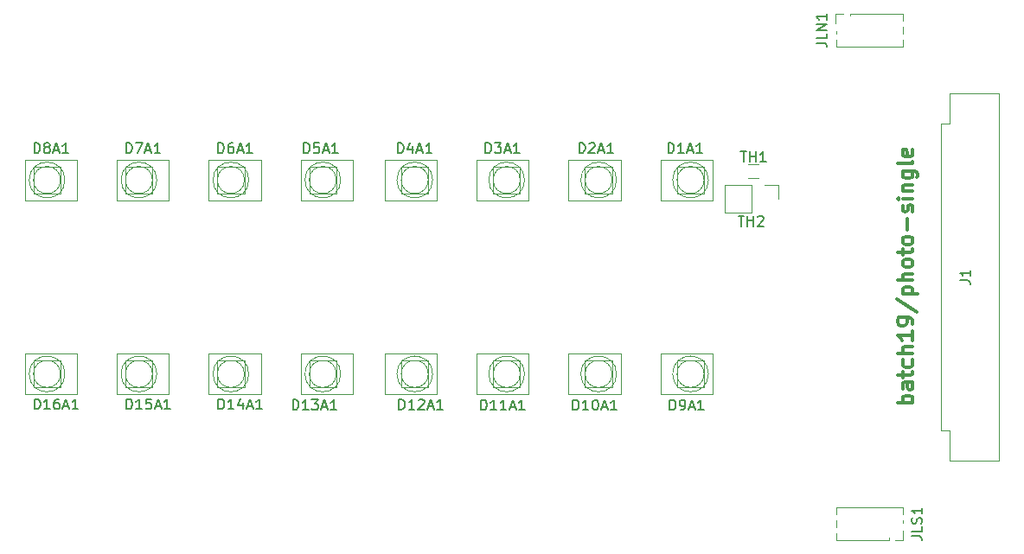
<source format=gto>
G04 #@! TF.GenerationSoftware,KiCad,Pcbnew,(6.0.5-0)*
G04 #@! TF.CreationDate,2023-01-18T02:45:55+09:00*
G04 #@! TF.ProjectId,photo-single,70686f74-6f2d-4736-996e-676c652e6b69,rev?*
G04 #@! TF.SameCoordinates,Original*
G04 #@! TF.FileFunction,Legend,Top*
G04 #@! TF.FilePolarity,Positive*
%FSLAX46Y46*%
G04 Gerber Fmt 4.6, Leading zero omitted, Abs format (unit mm)*
G04 Created by KiCad (PCBNEW (6.0.5-0)) date 2023-01-18 02:45:55*
%MOMM*%
%LPD*%
G01*
G04 APERTURE LIST*
%ADD10C,0.100000*%
%ADD11C,0.300000*%
%ADD12C,0.150000*%
%ADD13C,0.120000*%
G04 APERTURE END LIST*
D10*
X145907211Y-92502066D02*
G75*
G03*
X145907211Y-92502066I-1750000J0D01*
G01*
X100907211Y-92502066D02*
G75*
G03*
X100907211Y-92502066I-1750000J0D01*
G01*
X118907211Y-92502066D02*
G75*
G03*
X118907211Y-92502066I-1750000J0D01*
G01*
X127907211Y-92502066D02*
G75*
G03*
X127907211Y-92502066I-1750000J0D01*
G01*
X136907211Y-92502066D02*
G75*
G03*
X136907211Y-92502066I-1750000J0D01*
G01*
X109907211Y-92502066D02*
G75*
G03*
X109907211Y-92502066I-1750000J0D01*
G01*
X82907211Y-92502066D02*
G75*
G03*
X82907211Y-92502066I-1750000J0D01*
G01*
X91907211Y-92502066D02*
G75*
G03*
X91907211Y-92502066I-1750000J0D01*
G01*
X91907211Y-111501633D02*
G75*
G03*
X91907211Y-111501633I-1750000J0D01*
G01*
X118907219Y-111501635D02*
G75*
G03*
X118907219Y-111501635I-1750000J0D01*
G01*
X100907211Y-111501633D02*
G75*
G03*
X100907211Y-111501633I-1750000J0D01*
G01*
X127907211Y-111501633D02*
G75*
G03*
X127907211Y-111501633I-1750000J0D01*
G01*
X109907211Y-111501633D02*
G75*
G03*
X109907211Y-111501633I-1750000J0D01*
G01*
X145907211Y-111501633D02*
G75*
G03*
X145907211Y-111501633I-1750000J0D01*
G01*
X136907211Y-111501633D02*
G75*
G03*
X136907211Y-111501633I-1750000J0D01*
G01*
X82907211Y-111501633D02*
G75*
G03*
X82907211Y-111501633I-1750000J0D01*
G01*
D11*
X165914581Y-114332865D02*
X164414581Y-114332865D01*
X164986010Y-114332865D02*
X164914581Y-114190008D01*
X164914581Y-113904293D01*
X164986010Y-113761436D01*
X165057438Y-113690008D01*
X165200295Y-113618579D01*
X165628867Y-113618579D01*
X165771724Y-113690008D01*
X165843152Y-113761436D01*
X165914581Y-113904293D01*
X165914581Y-114190008D01*
X165843152Y-114332865D01*
X165914581Y-112332865D02*
X165128867Y-112332865D01*
X164986010Y-112404293D01*
X164914581Y-112547150D01*
X164914581Y-112832865D01*
X164986010Y-112975722D01*
X165843152Y-112332865D02*
X165914581Y-112475722D01*
X165914581Y-112832865D01*
X165843152Y-112975722D01*
X165700295Y-113047150D01*
X165557438Y-113047150D01*
X165414581Y-112975722D01*
X165343152Y-112832865D01*
X165343152Y-112475722D01*
X165271724Y-112332865D01*
X164914581Y-111832865D02*
X164914581Y-111261436D01*
X164414581Y-111618579D02*
X165700295Y-111618579D01*
X165843152Y-111547150D01*
X165914581Y-111404293D01*
X165914581Y-111261436D01*
X165843152Y-110118579D02*
X165914581Y-110261436D01*
X165914581Y-110547150D01*
X165843152Y-110690008D01*
X165771724Y-110761436D01*
X165628867Y-110832865D01*
X165200295Y-110832865D01*
X165057438Y-110761436D01*
X164986010Y-110690008D01*
X164914581Y-110547150D01*
X164914581Y-110261436D01*
X164986010Y-110118579D01*
X165914581Y-109475722D02*
X164414581Y-109475722D01*
X165914581Y-108832865D02*
X165128867Y-108832865D01*
X164986010Y-108904293D01*
X164914581Y-109047150D01*
X164914581Y-109261436D01*
X164986010Y-109404293D01*
X165057438Y-109475722D01*
X165914581Y-107332865D02*
X165914581Y-108190008D01*
X165914581Y-107761436D02*
X164414581Y-107761436D01*
X164628867Y-107904293D01*
X164771724Y-108047150D01*
X164843152Y-108190008D01*
X165914581Y-106618579D02*
X165914581Y-106332865D01*
X165843152Y-106190008D01*
X165771724Y-106118579D01*
X165557438Y-105975722D01*
X165271724Y-105904293D01*
X164700295Y-105904293D01*
X164557438Y-105975722D01*
X164486010Y-106047150D01*
X164414581Y-106190008D01*
X164414581Y-106475722D01*
X164486010Y-106618579D01*
X164557438Y-106690008D01*
X164700295Y-106761436D01*
X165057438Y-106761436D01*
X165200295Y-106690008D01*
X165271724Y-106618579D01*
X165343152Y-106475722D01*
X165343152Y-106190008D01*
X165271724Y-106047150D01*
X165200295Y-105975722D01*
X165057438Y-105904293D01*
X164343152Y-104190008D02*
X166271724Y-105475722D01*
X164914581Y-103690008D02*
X166414581Y-103690008D01*
X164986010Y-103690008D02*
X164914581Y-103547150D01*
X164914581Y-103261436D01*
X164986010Y-103118579D01*
X165057438Y-103047150D01*
X165200295Y-102975722D01*
X165628867Y-102975722D01*
X165771724Y-103047150D01*
X165843152Y-103118579D01*
X165914581Y-103261436D01*
X165914581Y-103547150D01*
X165843152Y-103690008D01*
X165914581Y-102332865D02*
X164414581Y-102332865D01*
X165914581Y-101690008D02*
X165128867Y-101690008D01*
X164986010Y-101761436D01*
X164914581Y-101904293D01*
X164914581Y-102118579D01*
X164986010Y-102261436D01*
X165057438Y-102332865D01*
X165914581Y-100761436D02*
X165843152Y-100904293D01*
X165771724Y-100975722D01*
X165628867Y-101047150D01*
X165200295Y-101047150D01*
X165057438Y-100975722D01*
X164986010Y-100904293D01*
X164914581Y-100761436D01*
X164914581Y-100547150D01*
X164986010Y-100404293D01*
X165057438Y-100332865D01*
X165200295Y-100261436D01*
X165628867Y-100261436D01*
X165771724Y-100332865D01*
X165843152Y-100404293D01*
X165914581Y-100547150D01*
X165914581Y-100761436D01*
X164914581Y-99832865D02*
X164914581Y-99261436D01*
X164414581Y-99618579D02*
X165700295Y-99618579D01*
X165843152Y-99547150D01*
X165914581Y-99404293D01*
X165914581Y-99261436D01*
X165914581Y-98547150D02*
X165843152Y-98690008D01*
X165771724Y-98761436D01*
X165628867Y-98832865D01*
X165200295Y-98832865D01*
X165057438Y-98761436D01*
X164986010Y-98690008D01*
X164914581Y-98547150D01*
X164914581Y-98332865D01*
X164986010Y-98190008D01*
X165057438Y-98118579D01*
X165200295Y-98047150D01*
X165628867Y-98047150D01*
X165771724Y-98118579D01*
X165843152Y-98190008D01*
X165914581Y-98332865D01*
X165914581Y-98547150D01*
X165343152Y-97404293D02*
X165343152Y-96261436D01*
X165843152Y-95618579D02*
X165914581Y-95475722D01*
X165914581Y-95190008D01*
X165843152Y-95047150D01*
X165700295Y-94975722D01*
X165628867Y-94975722D01*
X165486010Y-95047150D01*
X165414581Y-95190008D01*
X165414581Y-95404293D01*
X165343152Y-95547150D01*
X165200295Y-95618579D01*
X165128867Y-95618579D01*
X164986010Y-95547150D01*
X164914581Y-95404293D01*
X164914581Y-95190008D01*
X164986010Y-95047150D01*
X165914581Y-94332865D02*
X164914581Y-94332865D01*
X164414581Y-94332865D02*
X164486010Y-94404293D01*
X164557438Y-94332865D01*
X164486010Y-94261436D01*
X164414581Y-94332865D01*
X164557438Y-94332865D01*
X164914581Y-93618579D02*
X165914581Y-93618579D01*
X165057438Y-93618579D02*
X164986010Y-93547150D01*
X164914581Y-93404293D01*
X164914581Y-93190008D01*
X164986010Y-93047150D01*
X165128867Y-92975722D01*
X165914581Y-92975722D01*
X164914581Y-91618579D02*
X166128867Y-91618579D01*
X166271724Y-91690008D01*
X166343152Y-91761436D01*
X166414581Y-91904293D01*
X166414581Y-92118579D01*
X166343152Y-92261436D01*
X165843152Y-91618579D02*
X165914581Y-91761436D01*
X165914581Y-92047150D01*
X165843152Y-92190008D01*
X165771724Y-92261436D01*
X165628867Y-92332865D01*
X165200295Y-92332865D01*
X165057438Y-92261436D01*
X164986010Y-92190008D01*
X164914581Y-92047150D01*
X164914581Y-91761436D01*
X164986010Y-91618579D01*
X165914581Y-90690008D02*
X165843152Y-90832865D01*
X165700295Y-90904293D01*
X164414581Y-90904293D01*
X165843152Y-89547150D02*
X165914581Y-89690008D01*
X165914581Y-89975722D01*
X165843152Y-90118579D01*
X165700295Y-90190008D01*
X165128867Y-90190008D01*
X164986010Y-90118579D01*
X164914581Y-89975722D01*
X164914581Y-89690008D01*
X164986010Y-89547150D01*
X165128867Y-89475722D01*
X165271724Y-89475722D01*
X165414581Y-90190008D01*
D12*
X133263142Y-89864446D02*
X133263142Y-88864446D01*
X133501238Y-88864446D01*
X133644095Y-88912066D01*
X133739333Y-89007304D01*
X133786952Y-89102542D01*
X133834571Y-89293018D01*
X133834571Y-89435875D01*
X133786952Y-89626351D01*
X133739333Y-89721589D01*
X133644095Y-89816827D01*
X133501238Y-89864446D01*
X133263142Y-89864446D01*
X134215523Y-88959685D02*
X134263142Y-88912066D01*
X134358380Y-88864446D01*
X134596476Y-88864446D01*
X134691714Y-88912066D01*
X134739333Y-88959685D01*
X134786952Y-89054923D01*
X134786952Y-89150161D01*
X134739333Y-89293018D01*
X134167904Y-89864446D01*
X134786952Y-89864446D01*
X135167904Y-89578732D02*
X135644095Y-89578732D01*
X135072666Y-89864446D02*
X135406000Y-88864446D01*
X135739333Y-89864446D01*
X136596476Y-89864446D02*
X136025047Y-89864446D01*
X136310761Y-89864446D02*
X136310761Y-88864446D01*
X136215523Y-89007304D01*
X136120285Y-89102542D01*
X136025047Y-89150161D01*
X124093142Y-89864446D02*
X124093142Y-88864446D01*
X124331238Y-88864446D01*
X124474095Y-88912066D01*
X124569333Y-89007304D01*
X124616952Y-89102542D01*
X124664571Y-89293018D01*
X124664571Y-89435875D01*
X124616952Y-89626351D01*
X124569333Y-89721589D01*
X124474095Y-89816827D01*
X124331238Y-89864446D01*
X124093142Y-89864446D01*
X124997904Y-88864446D02*
X125616952Y-88864446D01*
X125283619Y-89245399D01*
X125426476Y-89245399D01*
X125521714Y-89293018D01*
X125569333Y-89340637D01*
X125616952Y-89435875D01*
X125616952Y-89673970D01*
X125569333Y-89769208D01*
X125521714Y-89816827D01*
X125426476Y-89864446D01*
X125140761Y-89864446D01*
X125045523Y-89816827D01*
X124997904Y-89769208D01*
X125997904Y-89578732D02*
X126474095Y-89578732D01*
X125902666Y-89864446D02*
X126236000Y-88864446D01*
X126569333Y-89864446D01*
X127426476Y-89864446D02*
X126855047Y-89864446D01*
X127140761Y-89864446D02*
X127140761Y-88864446D01*
X127045523Y-89007304D01*
X126950285Y-89102542D01*
X126855047Y-89150161D01*
X115493142Y-89864446D02*
X115493142Y-88864446D01*
X115731238Y-88864446D01*
X115874095Y-88912066D01*
X115969333Y-89007304D01*
X116016952Y-89102542D01*
X116064571Y-89293018D01*
X116064571Y-89435875D01*
X116016952Y-89626351D01*
X115969333Y-89721589D01*
X115874095Y-89816827D01*
X115731238Y-89864446D01*
X115493142Y-89864446D01*
X116921714Y-89197780D02*
X116921714Y-89864446D01*
X116683619Y-88816827D02*
X116445523Y-89531113D01*
X117064571Y-89531113D01*
X117397904Y-89578732D02*
X117874095Y-89578732D01*
X117302666Y-89864446D02*
X117636000Y-88864446D01*
X117969333Y-89864446D01*
X118826476Y-89864446D02*
X118255047Y-89864446D01*
X118540761Y-89864446D02*
X118540761Y-88864446D01*
X118445523Y-89007304D01*
X118350285Y-89102542D01*
X118255047Y-89150161D01*
X106313142Y-89864446D02*
X106313142Y-88864446D01*
X106551238Y-88864446D01*
X106694095Y-88912066D01*
X106789333Y-89007304D01*
X106836952Y-89102542D01*
X106884571Y-89293018D01*
X106884571Y-89435875D01*
X106836952Y-89626351D01*
X106789333Y-89721589D01*
X106694095Y-89816827D01*
X106551238Y-89864446D01*
X106313142Y-89864446D01*
X107789333Y-88864446D02*
X107313142Y-88864446D01*
X107265523Y-89340637D01*
X107313142Y-89293018D01*
X107408380Y-89245399D01*
X107646476Y-89245399D01*
X107741714Y-89293018D01*
X107789333Y-89340637D01*
X107836952Y-89435875D01*
X107836952Y-89673970D01*
X107789333Y-89769208D01*
X107741714Y-89816827D01*
X107646476Y-89864446D01*
X107408380Y-89864446D01*
X107313142Y-89816827D01*
X107265523Y-89769208D01*
X108217904Y-89578732D02*
X108694095Y-89578732D01*
X108122666Y-89864446D02*
X108456000Y-88864446D01*
X108789333Y-89864446D01*
X109646476Y-89864446D02*
X109075047Y-89864446D01*
X109360761Y-89864446D02*
X109360761Y-88864446D01*
X109265523Y-89007304D01*
X109170285Y-89102542D01*
X109075047Y-89150161D01*
X97914353Y-89864446D02*
X97914353Y-88864446D01*
X98152449Y-88864446D01*
X98295306Y-88912066D01*
X98390544Y-89007304D01*
X98438163Y-89102542D01*
X98485782Y-89293018D01*
X98485782Y-89435875D01*
X98438163Y-89626351D01*
X98390544Y-89721589D01*
X98295306Y-89816827D01*
X98152449Y-89864446D01*
X97914353Y-89864446D01*
X99342925Y-88864446D02*
X99152449Y-88864446D01*
X99057211Y-88912066D01*
X99009591Y-88959685D01*
X98914353Y-89102542D01*
X98866734Y-89293018D01*
X98866734Y-89673970D01*
X98914353Y-89769208D01*
X98961972Y-89816827D01*
X99057211Y-89864446D01*
X99247687Y-89864446D01*
X99342925Y-89816827D01*
X99390544Y-89769208D01*
X99438163Y-89673970D01*
X99438163Y-89435875D01*
X99390544Y-89340637D01*
X99342925Y-89293018D01*
X99247687Y-89245399D01*
X99057211Y-89245399D01*
X98961972Y-89293018D01*
X98914353Y-89340637D01*
X98866734Y-89435875D01*
X99819115Y-89578732D02*
X100295306Y-89578732D01*
X99723877Y-89864446D02*
X100057211Y-88864446D01*
X100390544Y-89864446D01*
X101247687Y-89864446D02*
X100676258Y-89864446D01*
X100961972Y-89864446D02*
X100961972Y-88864446D01*
X100866734Y-89007304D01*
X100771496Y-89102542D01*
X100676258Y-89150161D01*
X88914353Y-89864446D02*
X88914353Y-88864446D01*
X89152449Y-88864446D01*
X89295306Y-88912066D01*
X89390544Y-89007304D01*
X89438163Y-89102542D01*
X89485782Y-89293018D01*
X89485782Y-89435875D01*
X89438163Y-89626351D01*
X89390544Y-89721589D01*
X89295306Y-89816827D01*
X89152449Y-89864446D01*
X88914353Y-89864446D01*
X89819115Y-88864446D02*
X90485782Y-88864446D01*
X90057211Y-89864446D01*
X90819115Y-89578732D02*
X91295306Y-89578732D01*
X90723877Y-89864446D02*
X91057211Y-88864446D01*
X91390544Y-89864446D01*
X92247687Y-89864446D02*
X91676258Y-89864446D01*
X91961972Y-89864446D02*
X91961972Y-88864446D01*
X91866734Y-89007304D01*
X91771496Y-89102542D01*
X91676258Y-89150161D01*
X79914353Y-89864446D02*
X79914353Y-88864446D01*
X80152449Y-88864446D01*
X80295306Y-88912066D01*
X80390544Y-89007304D01*
X80438163Y-89102542D01*
X80485782Y-89293018D01*
X80485782Y-89435875D01*
X80438163Y-89626351D01*
X80390544Y-89721589D01*
X80295306Y-89816827D01*
X80152449Y-89864446D01*
X79914353Y-89864446D01*
X81057211Y-89293018D02*
X80961972Y-89245399D01*
X80914353Y-89197780D01*
X80866734Y-89102542D01*
X80866734Y-89054923D01*
X80914353Y-88959685D01*
X80961972Y-88912066D01*
X81057211Y-88864446D01*
X81247687Y-88864446D01*
X81342925Y-88912066D01*
X81390544Y-88959685D01*
X81438163Y-89054923D01*
X81438163Y-89102542D01*
X81390544Y-89197780D01*
X81342925Y-89245399D01*
X81247687Y-89293018D01*
X81057211Y-89293018D01*
X80961972Y-89340637D01*
X80914353Y-89388256D01*
X80866734Y-89483494D01*
X80866734Y-89673970D01*
X80914353Y-89769208D01*
X80961972Y-89816827D01*
X81057211Y-89864446D01*
X81247687Y-89864446D01*
X81342925Y-89816827D01*
X81390544Y-89769208D01*
X81438163Y-89673970D01*
X81438163Y-89483494D01*
X81390544Y-89388256D01*
X81342925Y-89340637D01*
X81247687Y-89293018D01*
X81819115Y-89578732D02*
X82295306Y-89578732D01*
X81723877Y-89864446D02*
X82057211Y-88864446D01*
X82390544Y-89864446D01*
X83247687Y-89864446D02*
X82676258Y-89864446D01*
X82961972Y-89864446D02*
X82961972Y-88864446D01*
X82866734Y-89007304D01*
X82771496Y-89102542D01*
X82676258Y-89150161D01*
X97926952Y-114952380D02*
X97926952Y-113952380D01*
X98165047Y-113952380D01*
X98307904Y-114000000D01*
X98403142Y-114095238D01*
X98450761Y-114190476D01*
X98498380Y-114380952D01*
X98498380Y-114523809D01*
X98450761Y-114714285D01*
X98403142Y-114809523D01*
X98307904Y-114904761D01*
X98165047Y-114952380D01*
X97926952Y-114952380D01*
X99450761Y-114952380D02*
X98879333Y-114952380D01*
X99165047Y-114952380D02*
X99165047Y-113952380D01*
X99069809Y-114095238D01*
X98974571Y-114190476D01*
X98879333Y-114238095D01*
X100307904Y-114285714D02*
X100307904Y-114952380D01*
X100069809Y-113904761D02*
X99831714Y-114619047D01*
X100450761Y-114619047D01*
X100784095Y-114666666D02*
X101260285Y-114666666D01*
X100688857Y-114952380D02*
X101022190Y-113952380D01*
X101355523Y-114952380D01*
X102212666Y-114952380D02*
X101641238Y-114952380D01*
X101926952Y-114952380D02*
X101926952Y-113952380D01*
X101831714Y-114095238D01*
X101736476Y-114190476D01*
X101641238Y-114238095D01*
X88926952Y-114952380D02*
X88926952Y-113952380D01*
X89165047Y-113952380D01*
X89307904Y-114000000D01*
X89403142Y-114095238D01*
X89450761Y-114190476D01*
X89498380Y-114380952D01*
X89498380Y-114523809D01*
X89450761Y-114714285D01*
X89403142Y-114809523D01*
X89307904Y-114904761D01*
X89165047Y-114952380D01*
X88926952Y-114952380D01*
X90450761Y-114952380D02*
X89879333Y-114952380D01*
X90165047Y-114952380D02*
X90165047Y-113952380D01*
X90069809Y-114095238D01*
X89974571Y-114190476D01*
X89879333Y-114238095D01*
X91355523Y-113952380D02*
X90879333Y-113952380D01*
X90831714Y-114428571D01*
X90879333Y-114380952D01*
X90974571Y-114333333D01*
X91212666Y-114333333D01*
X91307904Y-114380952D01*
X91355523Y-114428571D01*
X91403142Y-114523809D01*
X91403142Y-114761904D01*
X91355523Y-114857142D01*
X91307904Y-114904761D01*
X91212666Y-114952380D01*
X90974571Y-114952380D01*
X90879333Y-114904761D01*
X90831714Y-114857142D01*
X91784095Y-114666666D02*
X92260285Y-114666666D01*
X91688857Y-114952380D02*
X92022190Y-113952380D01*
X92355523Y-114952380D01*
X93212666Y-114952380D02*
X92641238Y-114952380D01*
X92926952Y-114952380D02*
X92926952Y-113952380D01*
X92831714Y-114095238D01*
X92736476Y-114190476D01*
X92641238Y-114238095D01*
X79926952Y-114952380D02*
X79926952Y-113952380D01*
X80165047Y-113952380D01*
X80307904Y-114000000D01*
X80403142Y-114095238D01*
X80450761Y-114190476D01*
X80498380Y-114380952D01*
X80498380Y-114523809D01*
X80450761Y-114714285D01*
X80403142Y-114809523D01*
X80307904Y-114904761D01*
X80165047Y-114952380D01*
X79926952Y-114952380D01*
X81450761Y-114952380D02*
X80879333Y-114952380D01*
X81165047Y-114952380D02*
X81165047Y-113952380D01*
X81069809Y-114095238D01*
X80974571Y-114190476D01*
X80879333Y-114238095D01*
X82307904Y-113952380D02*
X82117428Y-113952380D01*
X82022190Y-114000000D01*
X81974571Y-114047619D01*
X81879333Y-114190476D01*
X81831714Y-114380952D01*
X81831714Y-114761904D01*
X81879333Y-114857142D01*
X81926952Y-114904761D01*
X82022190Y-114952380D01*
X82212666Y-114952380D01*
X82307904Y-114904761D01*
X82355523Y-114857142D01*
X82403142Y-114761904D01*
X82403142Y-114523809D01*
X82355523Y-114428571D01*
X82307904Y-114380952D01*
X82212666Y-114333333D01*
X82022190Y-114333333D01*
X81926952Y-114380952D01*
X81879333Y-114428571D01*
X81831714Y-114523809D01*
X82784095Y-114666666D02*
X83260285Y-114666666D01*
X82688857Y-114952380D02*
X83022190Y-113952380D01*
X83355523Y-114952380D01*
X84212666Y-114952380D02*
X83641238Y-114952380D01*
X83926952Y-114952380D02*
X83926952Y-113952380D01*
X83831714Y-114095238D01*
X83736476Y-114190476D01*
X83641238Y-114238095D01*
X105216952Y-115012380D02*
X105216952Y-114012380D01*
X105455047Y-114012380D01*
X105597904Y-114060000D01*
X105693142Y-114155238D01*
X105740761Y-114250476D01*
X105788380Y-114440952D01*
X105788380Y-114583809D01*
X105740761Y-114774285D01*
X105693142Y-114869523D01*
X105597904Y-114964761D01*
X105455047Y-115012380D01*
X105216952Y-115012380D01*
X106740761Y-115012380D02*
X106169333Y-115012380D01*
X106455047Y-115012380D02*
X106455047Y-114012380D01*
X106359809Y-114155238D01*
X106264571Y-114250476D01*
X106169333Y-114298095D01*
X107074095Y-114012380D02*
X107693142Y-114012380D01*
X107359809Y-114393333D01*
X107502666Y-114393333D01*
X107597904Y-114440952D01*
X107645523Y-114488571D01*
X107693142Y-114583809D01*
X107693142Y-114821904D01*
X107645523Y-114917142D01*
X107597904Y-114964761D01*
X107502666Y-115012380D01*
X107216952Y-115012380D01*
X107121714Y-114964761D01*
X107074095Y-114917142D01*
X108074095Y-114726666D02*
X108550285Y-114726666D01*
X107978857Y-115012380D02*
X108312190Y-114012380D01*
X108645523Y-115012380D01*
X109502666Y-115012380D02*
X108931238Y-115012380D01*
X109216952Y-115012380D02*
X109216952Y-114012380D01*
X109121714Y-114155238D01*
X109026476Y-114250476D01*
X108931238Y-114298095D01*
X115616952Y-114982380D02*
X115616952Y-113982380D01*
X115855047Y-113982380D01*
X115997904Y-114030000D01*
X116093142Y-114125238D01*
X116140761Y-114220476D01*
X116188380Y-114410952D01*
X116188380Y-114553809D01*
X116140761Y-114744285D01*
X116093142Y-114839523D01*
X115997904Y-114934761D01*
X115855047Y-114982380D01*
X115616952Y-114982380D01*
X117140761Y-114982380D02*
X116569333Y-114982380D01*
X116855047Y-114982380D02*
X116855047Y-113982380D01*
X116759809Y-114125238D01*
X116664571Y-114220476D01*
X116569333Y-114268095D01*
X117521714Y-114077619D02*
X117569333Y-114030000D01*
X117664571Y-113982380D01*
X117902666Y-113982380D01*
X117997904Y-114030000D01*
X118045523Y-114077619D01*
X118093142Y-114172857D01*
X118093142Y-114268095D01*
X118045523Y-114410952D01*
X117474095Y-114982380D01*
X118093142Y-114982380D01*
X118474095Y-114696666D02*
X118950285Y-114696666D01*
X118378857Y-114982380D02*
X118712190Y-113982380D01*
X119045523Y-114982380D01*
X119902666Y-114982380D02*
X119331238Y-114982380D01*
X119616952Y-114982380D02*
X119616952Y-113982380D01*
X119521714Y-114125238D01*
X119426476Y-114220476D01*
X119331238Y-114268095D01*
X123638171Y-115044013D02*
X123638171Y-114044013D01*
X123876266Y-114044013D01*
X124019123Y-114091633D01*
X124114361Y-114186871D01*
X124161980Y-114282109D01*
X124209599Y-114472585D01*
X124209599Y-114615442D01*
X124161980Y-114805918D01*
X124114361Y-114901156D01*
X124019123Y-114996394D01*
X123876266Y-115044013D01*
X123638171Y-115044013D01*
X125161980Y-115044013D02*
X124590552Y-115044013D01*
X124876266Y-115044013D02*
X124876266Y-114044013D01*
X124781028Y-114186871D01*
X124685790Y-114282109D01*
X124590552Y-114329728D01*
X126114361Y-115044013D02*
X125542933Y-115044013D01*
X125828647Y-115044013D02*
X125828647Y-114044013D01*
X125733409Y-114186871D01*
X125638171Y-114282109D01*
X125542933Y-114329728D01*
X126495314Y-114758299D02*
X126971504Y-114758299D01*
X126400076Y-115044013D02*
X126733409Y-114044013D01*
X127066742Y-115044013D01*
X127923885Y-115044013D02*
X127352457Y-115044013D01*
X127638171Y-115044013D02*
X127638171Y-114044013D01*
X127542933Y-114186871D01*
X127447695Y-114282109D01*
X127352457Y-114329728D01*
X132638171Y-115044013D02*
X132638171Y-114044013D01*
X132876266Y-114044013D01*
X133019123Y-114091633D01*
X133114361Y-114186871D01*
X133161980Y-114282109D01*
X133209599Y-114472585D01*
X133209599Y-114615442D01*
X133161980Y-114805918D01*
X133114361Y-114901156D01*
X133019123Y-114996394D01*
X132876266Y-115044013D01*
X132638171Y-115044013D01*
X134161980Y-115044013D02*
X133590552Y-115044013D01*
X133876266Y-115044013D02*
X133876266Y-114044013D01*
X133781028Y-114186871D01*
X133685790Y-114282109D01*
X133590552Y-114329728D01*
X134781028Y-114044013D02*
X134876266Y-114044013D01*
X134971504Y-114091633D01*
X135019123Y-114139252D01*
X135066742Y-114234490D01*
X135114361Y-114424966D01*
X135114361Y-114663061D01*
X135066742Y-114853537D01*
X135019123Y-114948775D01*
X134971504Y-114996394D01*
X134876266Y-115044013D01*
X134781028Y-115044013D01*
X134685790Y-114996394D01*
X134638171Y-114948775D01*
X134590552Y-114853537D01*
X134542933Y-114663061D01*
X134542933Y-114424966D01*
X134590552Y-114234490D01*
X134638171Y-114139252D01*
X134685790Y-114091633D01*
X134781028Y-114044013D01*
X135495314Y-114758299D02*
X135971504Y-114758299D01*
X135400076Y-115044013D02*
X135733409Y-114044013D01*
X136066742Y-115044013D01*
X136923885Y-115044013D02*
X136352457Y-115044013D01*
X136638171Y-115044013D02*
X136638171Y-114044013D01*
X136542933Y-114186871D01*
X136447695Y-114282109D01*
X136352457Y-114329728D01*
X141973142Y-89864446D02*
X141973142Y-88864446D01*
X142211238Y-88864446D01*
X142354095Y-88912066D01*
X142449333Y-89007304D01*
X142496952Y-89102542D01*
X142544571Y-89293018D01*
X142544571Y-89435875D01*
X142496952Y-89626351D01*
X142449333Y-89721589D01*
X142354095Y-89816827D01*
X142211238Y-89864446D01*
X141973142Y-89864446D01*
X143496952Y-89864446D02*
X142925523Y-89864446D01*
X143211238Y-89864446D02*
X143211238Y-88864446D01*
X143116000Y-89007304D01*
X143020761Y-89102542D01*
X142925523Y-89150161D01*
X143877904Y-89578732D02*
X144354095Y-89578732D01*
X143782666Y-89864446D02*
X144116000Y-88864446D01*
X144449333Y-89864446D01*
X145306476Y-89864446D02*
X144735047Y-89864446D01*
X145020761Y-89864446D02*
X145020761Y-88864446D01*
X144925523Y-89007304D01*
X144830285Y-89102542D01*
X144735047Y-89150161D01*
X148829285Y-96012375D02*
X149400714Y-96012375D01*
X149115000Y-97012375D02*
X149115000Y-96012375D01*
X149734047Y-97012375D02*
X149734047Y-96012375D01*
X149734047Y-96488566D02*
X150305476Y-96488566D01*
X150305476Y-97012375D02*
X150305476Y-96012375D01*
X150734047Y-96107614D02*
X150781666Y-96059995D01*
X150876904Y-96012375D01*
X151115000Y-96012375D01*
X151210238Y-96059995D01*
X151257857Y-96107614D01*
X151305476Y-96202852D01*
X151305476Y-96298090D01*
X151257857Y-96440947D01*
X150686428Y-97012375D01*
X151305476Y-97012375D01*
X156458380Y-79083904D02*
X157172666Y-79083904D01*
X157315523Y-79131523D01*
X157410761Y-79226761D01*
X157458380Y-79369619D01*
X157458380Y-79464857D01*
X157458380Y-78131523D02*
X157458380Y-78607714D01*
X156458380Y-78607714D01*
X157458380Y-77798190D02*
X156458380Y-77798190D01*
X157458380Y-77226761D01*
X156458380Y-77226761D01*
X157458380Y-76226761D02*
X157458380Y-76798190D01*
X157458380Y-76512476D02*
X156458380Y-76512476D01*
X156601238Y-76607714D01*
X156696476Y-76702952D01*
X156744095Y-76798190D01*
X165808380Y-127392285D02*
X166522666Y-127392285D01*
X166665523Y-127439904D01*
X166760761Y-127535142D01*
X166808380Y-127678000D01*
X166808380Y-127773238D01*
X166808380Y-126439904D02*
X166808380Y-126916095D01*
X165808380Y-126916095D01*
X166760761Y-126154190D02*
X166808380Y-126011333D01*
X166808380Y-125773238D01*
X166760761Y-125678000D01*
X166713142Y-125630380D01*
X166617904Y-125582761D01*
X166522666Y-125582761D01*
X166427428Y-125630380D01*
X166379809Y-125678000D01*
X166332190Y-125773238D01*
X166284571Y-125963714D01*
X166236952Y-126058952D01*
X166189333Y-126106571D01*
X166094095Y-126154190D01*
X165998857Y-126154190D01*
X165903619Y-126106571D01*
X165856000Y-126058952D01*
X165808380Y-125963714D01*
X165808380Y-125725619D01*
X165856000Y-125582761D01*
X166808380Y-124630380D02*
X166808380Y-125201809D01*
X166808380Y-124916095D02*
X165808380Y-124916095D01*
X165951238Y-125011333D01*
X166046476Y-125106571D01*
X166094095Y-125201809D01*
X142114361Y-115044013D02*
X142114361Y-114044013D01*
X142352457Y-114044013D01*
X142495314Y-114091633D01*
X142590552Y-114186871D01*
X142638171Y-114282109D01*
X142685790Y-114472585D01*
X142685790Y-114615442D01*
X142638171Y-114805918D01*
X142590552Y-114901156D01*
X142495314Y-114996394D01*
X142352457Y-115044013D01*
X142114361Y-115044013D01*
X143161980Y-115044013D02*
X143352457Y-115044013D01*
X143447695Y-114996394D01*
X143495314Y-114948775D01*
X143590552Y-114805918D01*
X143638171Y-114615442D01*
X143638171Y-114234490D01*
X143590552Y-114139252D01*
X143542933Y-114091633D01*
X143447695Y-114044013D01*
X143257219Y-114044013D01*
X143161980Y-114091633D01*
X143114361Y-114139252D01*
X143066742Y-114234490D01*
X143066742Y-114472585D01*
X143114361Y-114567823D01*
X143161980Y-114615442D01*
X143257219Y-114663061D01*
X143447695Y-114663061D01*
X143542933Y-114615442D01*
X143590552Y-114567823D01*
X143638171Y-114472585D01*
X144019123Y-114758299D02*
X144495314Y-114758299D01*
X143923885Y-115044013D02*
X144257219Y-114044013D01*
X144590552Y-115044013D01*
X145447695Y-115044013D02*
X144876266Y-115044013D01*
X145161980Y-115044013D02*
X145161980Y-114044013D01*
X145066742Y-114186871D01*
X144971504Y-114282109D01*
X144876266Y-114329728D01*
X170537373Y-102333333D02*
X171251659Y-102333333D01*
X171394516Y-102380952D01*
X171489754Y-102476190D01*
X171537373Y-102619047D01*
X171537373Y-102714285D01*
X171537373Y-101333333D02*
X171537373Y-101904761D01*
X171537373Y-101619047D02*
X170537373Y-101619047D01*
X170680231Y-101714285D01*
X170775469Y-101809523D01*
X170823088Y-101904761D01*
X149064274Y-89702393D02*
X149635703Y-89702393D01*
X149349989Y-90702393D02*
X149349989Y-89702393D01*
X149969036Y-90702393D02*
X149969036Y-89702393D01*
X149969036Y-90178584D02*
X150540465Y-90178584D01*
X150540465Y-90702393D02*
X150540465Y-89702393D01*
X151540465Y-90702393D02*
X150969036Y-90702393D01*
X151254750Y-90702393D02*
X151254750Y-89702393D01*
X151159512Y-89845251D01*
X151064274Y-89940489D01*
X150969036Y-89988108D01*
D13*
X133832219Y-91177066D02*
X136482219Y-91177066D01*
X136482219Y-91177066D02*
X136482219Y-93827066D01*
X136482219Y-93827066D02*
X133832219Y-93827066D01*
X133832219Y-93827066D02*
X133832219Y-91177066D01*
X137312219Y-94502066D02*
X132222219Y-94502066D01*
X132222219Y-94502066D02*
X132222219Y-90502066D01*
X132222219Y-90502066D02*
X137312219Y-90502066D01*
X137312219Y-90502066D02*
X137312219Y-94502066D01*
X136482219Y-92502066D02*
G75*
G03*
X136482219Y-92502066I-1325000J0D01*
G01*
X128312219Y-94502066D02*
X123222219Y-94502066D01*
X123222219Y-94502066D02*
X123222219Y-90502066D01*
X123222219Y-90502066D02*
X128312219Y-90502066D01*
X128312219Y-90502066D02*
X128312219Y-94502066D01*
X124832219Y-91177066D02*
X127482219Y-91177066D01*
X127482219Y-91177066D02*
X127482219Y-93827066D01*
X127482219Y-93827066D02*
X124832219Y-93827066D01*
X124832219Y-93827066D02*
X124832219Y-91177066D01*
X127482219Y-92502066D02*
G75*
G03*
X127482219Y-92502066I-1325000J0D01*
G01*
X115832219Y-91177066D02*
X118482219Y-91177066D01*
X118482219Y-91177066D02*
X118482219Y-93827066D01*
X118482219Y-93827066D02*
X115832219Y-93827066D01*
X115832219Y-93827066D02*
X115832219Y-91177066D01*
X119312219Y-94502066D02*
X114222219Y-94502066D01*
X114222219Y-94502066D02*
X114222219Y-90502066D01*
X114222219Y-90502066D02*
X119312219Y-90502066D01*
X119312219Y-90502066D02*
X119312219Y-94502066D01*
X118482219Y-92502066D02*
G75*
G03*
X118482219Y-92502066I-1325000J0D01*
G01*
X106002211Y-90502066D02*
X111092211Y-90502066D01*
X111092211Y-90502066D02*
X111092211Y-94502066D01*
X111092211Y-94502066D02*
X106002211Y-94502066D01*
X106002211Y-94502066D02*
X106002211Y-90502066D01*
X109482211Y-93827066D02*
X106832211Y-93827066D01*
X106832211Y-93827066D02*
X106832211Y-91177066D01*
X106832211Y-91177066D02*
X109482211Y-91177066D01*
X109482211Y-91177066D02*
X109482211Y-93827066D01*
X109482211Y-92502066D02*
G75*
G03*
X109482211Y-92502066I-1325000J0D01*
G01*
X100482211Y-93827066D02*
X97832211Y-93827066D01*
X97832211Y-93827066D02*
X97832211Y-91177066D01*
X97832211Y-91177066D02*
X100482211Y-91177066D01*
X100482211Y-91177066D02*
X100482211Y-93827066D01*
X97002211Y-90502066D02*
X102092211Y-90502066D01*
X102092211Y-90502066D02*
X102092211Y-94502066D01*
X102092211Y-94502066D02*
X97002211Y-94502066D01*
X97002211Y-94502066D02*
X97002211Y-90502066D01*
X100482211Y-92502066D02*
G75*
G03*
X100482211Y-92502066I-1325000J0D01*
G01*
X91482211Y-93827066D02*
X88832211Y-93827066D01*
X88832211Y-93827066D02*
X88832211Y-91177066D01*
X88832211Y-91177066D02*
X91482211Y-91177066D01*
X91482211Y-91177066D02*
X91482211Y-93827066D01*
X88002211Y-90502066D02*
X93092211Y-90502066D01*
X93092211Y-90502066D02*
X93092211Y-94502066D01*
X93092211Y-94502066D02*
X88002211Y-94502066D01*
X88002211Y-94502066D02*
X88002211Y-90502066D01*
X91482211Y-92502066D02*
G75*
G03*
X91482211Y-92502066I-1325000J0D01*
G01*
X82482211Y-93827066D02*
X79832211Y-93827066D01*
X79832211Y-93827066D02*
X79832211Y-91177066D01*
X79832211Y-91177066D02*
X82482211Y-91177066D01*
X82482211Y-91177066D02*
X82482211Y-93827066D01*
X79002211Y-90502066D02*
X84092211Y-90502066D01*
X84092211Y-90502066D02*
X84092211Y-94502066D01*
X84092211Y-94502066D02*
X79002211Y-94502066D01*
X79002211Y-94502066D02*
X79002211Y-90502066D01*
X82482211Y-92502066D02*
G75*
G03*
X82482211Y-92502066I-1325000J0D01*
G01*
X97002211Y-109501633D02*
X102092211Y-109501633D01*
X102092211Y-109501633D02*
X102092211Y-113501633D01*
X102092211Y-113501633D02*
X97002211Y-113501633D01*
X97002211Y-113501633D02*
X97002211Y-109501633D01*
X100482211Y-112826633D02*
X97832211Y-112826633D01*
X97832211Y-112826633D02*
X97832211Y-110176633D01*
X97832211Y-110176633D02*
X100482211Y-110176633D01*
X100482211Y-110176633D02*
X100482211Y-112826633D01*
X100482211Y-111501633D02*
G75*
G03*
X100482211Y-111501633I-1325000J0D01*
G01*
X91482211Y-112826633D02*
X88832211Y-112826633D01*
X88832211Y-112826633D02*
X88832211Y-110176633D01*
X88832211Y-110176633D02*
X91482211Y-110176633D01*
X91482211Y-110176633D02*
X91482211Y-112826633D01*
X88002211Y-109501633D02*
X93092211Y-109501633D01*
X93092211Y-109501633D02*
X93092211Y-113501633D01*
X93092211Y-113501633D02*
X88002211Y-113501633D01*
X88002211Y-113501633D02*
X88002211Y-109501633D01*
X91482211Y-111501633D02*
G75*
G03*
X91482211Y-111501633I-1325000J0D01*
G01*
X82482211Y-112826633D02*
X79832211Y-112826633D01*
X79832211Y-112826633D02*
X79832211Y-110176633D01*
X79832211Y-110176633D02*
X82482211Y-110176633D01*
X82482211Y-110176633D02*
X82482211Y-112826633D01*
X79002211Y-109501633D02*
X84092211Y-109501633D01*
X84092211Y-109501633D02*
X84092211Y-113501633D01*
X84092211Y-113501633D02*
X79002211Y-113501633D01*
X79002211Y-113501633D02*
X79002211Y-109501633D01*
X82482211Y-111501633D02*
G75*
G03*
X82482211Y-111501633I-1325000J0D01*
G01*
X106002211Y-109501633D02*
X111092211Y-109501633D01*
X111092211Y-109501633D02*
X111092211Y-113501633D01*
X111092211Y-113501633D02*
X106002211Y-113501633D01*
X106002211Y-113501633D02*
X106002211Y-109501633D01*
X109482211Y-112826633D02*
X106832211Y-112826633D01*
X106832211Y-112826633D02*
X106832211Y-110176633D01*
X106832211Y-110176633D02*
X109482211Y-110176633D01*
X109482211Y-110176633D02*
X109482211Y-112826633D01*
X109482211Y-111501633D02*
G75*
G03*
X109482211Y-111501633I-1325000J0D01*
G01*
X115832219Y-110176635D02*
X118482219Y-110176635D01*
X118482219Y-110176635D02*
X118482219Y-112826635D01*
X118482219Y-112826635D02*
X115832219Y-112826635D01*
X115832219Y-112826635D02*
X115832219Y-110176635D01*
X119312219Y-113501635D02*
X114222219Y-113501635D01*
X114222219Y-113501635D02*
X114222219Y-109501635D01*
X114222219Y-109501635D02*
X119312219Y-109501635D01*
X119312219Y-109501635D02*
X119312219Y-113501635D01*
X118482219Y-111501635D02*
G75*
G03*
X118482219Y-111501635I-1325000J0D01*
G01*
X128312219Y-113501633D02*
X123222219Y-113501633D01*
X123222219Y-113501633D02*
X123222219Y-109501633D01*
X123222219Y-109501633D02*
X128312219Y-109501633D01*
X128312219Y-109501633D02*
X128312219Y-113501633D01*
X124832219Y-110176633D02*
X127482219Y-110176633D01*
X127482219Y-110176633D02*
X127482219Y-112826633D01*
X127482219Y-112826633D02*
X124832219Y-112826633D01*
X124832219Y-112826633D02*
X124832219Y-110176633D01*
X127482219Y-111501633D02*
G75*
G03*
X127482219Y-111501633I-1325000J0D01*
G01*
X133832219Y-110176633D02*
X136482219Y-110176633D01*
X136482219Y-110176633D02*
X136482219Y-112826633D01*
X136482219Y-112826633D02*
X133832219Y-112826633D01*
X133832219Y-112826633D02*
X133832219Y-110176633D01*
X137312219Y-113501633D02*
X132222219Y-113501633D01*
X132222219Y-113501633D02*
X132222219Y-109501633D01*
X132222219Y-109501633D02*
X137312219Y-109501633D01*
X137312219Y-109501633D02*
X137312219Y-113501633D01*
X136482219Y-111501633D02*
G75*
G03*
X136482219Y-111501633I-1325000J0D01*
G01*
X146312219Y-94502054D02*
X141222219Y-94502054D01*
X141222219Y-94502054D02*
X141222219Y-90502054D01*
X141222219Y-90502054D02*
X146312219Y-90502054D01*
X146312219Y-90502054D02*
X146312219Y-94502054D01*
X142832219Y-91177054D02*
X145482219Y-91177054D01*
X145482219Y-91177054D02*
X145482219Y-93827054D01*
X145482219Y-93827054D02*
X142832219Y-93827054D01*
X142832219Y-93827054D02*
X142832219Y-91177054D01*
X145482219Y-92502054D02*
G75*
G03*
X145482219Y-92502054I-1325000J0D01*
G01*
X147515000Y-93030000D02*
X147515000Y-95690000D01*
X152715000Y-93030000D02*
X152715000Y-94360000D01*
X151385000Y-93030000D02*
X152715000Y-93030000D01*
X150115000Y-93030000D02*
X147515000Y-93030000D01*
X150115000Y-95690000D02*
X147515000Y-95690000D01*
X150115000Y-93030000D02*
X150115000Y-95690000D01*
X164916000Y-79407000D02*
X164916000Y-78764530D01*
X164916000Y-76879470D02*
X164916000Y-76237000D01*
X158446000Y-79407000D02*
X164916000Y-79407000D01*
X164916000Y-78149470D02*
X164916000Y-77494530D01*
X159776000Y-76427000D02*
X159776000Y-76237000D01*
X158381000Y-77187000D02*
X158381000Y-76237000D01*
X159776000Y-76237000D02*
X164916000Y-76237000D01*
X158446000Y-79407000D02*
X158446000Y-78764530D01*
X158381000Y-76237000D02*
X159141000Y-76237000D01*
X158446000Y-78149470D02*
X158446000Y-77947000D01*
X163586000Y-127763000D02*
X158446000Y-127763000D01*
X158446000Y-125850530D02*
X158446000Y-126505470D01*
X164916000Y-125850530D02*
X164916000Y-126053000D01*
X158446000Y-124593000D02*
X158446000Y-125235470D01*
X158446000Y-127120530D02*
X158446000Y-127763000D01*
X164916000Y-124593000D02*
X164916000Y-125235470D01*
X163586000Y-127573000D02*
X163586000Y-127763000D01*
X164916000Y-124593000D02*
X158446000Y-124593000D01*
X164981000Y-127763000D02*
X164221000Y-127763000D01*
X164981000Y-126813000D02*
X164981000Y-127763000D01*
X146312219Y-113501633D02*
X141222219Y-113501633D01*
X141222219Y-113501633D02*
X141222219Y-109501633D01*
X141222219Y-109501633D02*
X146312219Y-109501633D01*
X146312219Y-109501633D02*
X146312219Y-113501633D01*
X142832219Y-110176633D02*
X145482219Y-110176633D01*
X145482219Y-110176633D02*
X145482219Y-112826633D01*
X145482219Y-112826633D02*
X142832219Y-112826633D01*
X142832219Y-112826633D02*
X142832219Y-110176633D01*
X145482219Y-111501633D02*
G75*
G03*
X145482219Y-111501633I-1325000J0D01*
G01*
X169484993Y-84000000D02*
X169484993Y-87000000D01*
X174334993Y-84000000D02*
X169484993Y-84000000D01*
X174334993Y-120000000D02*
X174334993Y-84000000D01*
X169484993Y-117000000D02*
X168684993Y-117000000D01*
X169484993Y-87000000D02*
X168684993Y-87000000D01*
X169484993Y-120000000D02*
X169484993Y-117000000D01*
X174334993Y-120000000D02*
X169484993Y-120000000D01*
X168684993Y-117000000D02*
X168684993Y-87000000D01*
X150830000Y-92350000D02*
X149830000Y-92350000D01*
X149830000Y-90990000D02*
X150830000Y-90990000D01*
M02*

</source>
